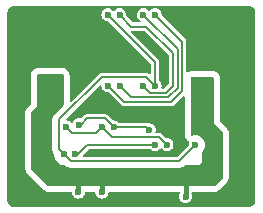
<source format=gbr>
%TF.GenerationSoftware,KiCad,Pcbnew,8.0.2*%
%TF.CreationDate,2024-11-23T19:12:39+01:00*%
%TF.ProjectId,NTR-Subcard,4e54522d-5375-4626-9361-72642e6b6963,rev?*%
%TF.SameCoordinates,Original*%
%TF.FileFunction,Copper,L2,Bot*%
%TF.FilePolarity,Positive*%
%FSLAX46Y46*%
G04 Gerber Fmt 4.6, Leading zero omitted, Abs format (unit mm)*
G04 Created by KiCad (PCBNEW 8.0.2) date 2024-11-23 19:12:39*
%MOMM*%
%LPD*%
G01*
G04 APERTURE LIST*
%TA.AperFunction,ViaPad*%
%ADD10C,0.600000*%
%TD*%
%TA.AperFunction,Conductor*%
%ADD11C,0.400000*%
%TD*%
%TA.AperFunction,Conductor*%
%ADD12C,0.200000*%
%TD*%
G04 APERTURE END LIST*
D10*
%TO.N,VCC*%
X102250000Y-73000000D03*
X116250000Y-80250000D03*
X114088296Y-81633450D03*
X116000000Y-72000000D03*
X105000000Y-81250000D03*
X103000000Y-72000000D03*
X116000000Y-72750000D03*
X115000000Y-72000000D03*
X107000000Y-81250000D03*
X102250000Y-72000000D03*
%TO.N,GND*%
X118750000Y-66500000D03*
X108500000Y-74500000D03*
X118750000Y-69250000D03*
X100000000Y-75750000D03*
X100000000Y-67250000D03*
X115254696Y-82015955D03*
X100000000Y-78750000D03*
X105750000Y-68500000D03*
X116250000Y-67250000D03*
X111750000Y-82000000D03*
X106500000Y-66000000D03*
X100000000Y-73000000D03*
X100000000Y-81750000D03*
X112378463Y-71946036D03*
X119000000Y-80750000D03*
X114000000Y-66250000D03*
X113750000Y-77000000D03*
X100000000Y-70000000D03*
X114750000Y-68500000D03*
X103500000Y-81750000D03*
X106000000Y-81750000D03*
X105250000Y-72250000D03*
X112500000Y-66000000D03*
X112500000Y-76000000D03*
X109500000Y-66000000D03*
X119000000Y-78000000D03*
X118750000Y-72250000D03*
X118750000Y-75250000D03*
X108250000Y-68500000D03*
X111000000Y-68500000D03*
X110000000Y-75000000D03*
X109250000Y-81750000D03*
%TO.N,C*%
X104000000Y-75750000D03*
X111500000Y-66250000D03*
X107000000Y-75750000D03*
X112500000Y-77250000D03*
X107500000Y-72250000D03*
%TO.N,Q*%
X110500000Y-72250000D03*
X111500000Y-77250000D03*
X108500000Y-66250000D03*
X104750000Y-78000000D03*
%TO.N,S*%
X114905000Y-77250000D03*
X111500000Y-72250000D03*
X107500000Y-66250000D03*
X103750000Y-78000000D03*
%TO.N,D*%
X111000000Y-76000000D03*
X108000000Y-75750000D03*
X108500000Y-72250000D03*
X105049265Y-75549265D03*
X110500000Y-66250000D03*
%TD*%
D11*
%TO.N,VCC*%
X114250000Y-80250000D02*
X116250000Y-80250000D01*
X114088296Y-80411704D02*
X114250000Y-80250000D01*
X114088296Y-81633450D02*
X114088296Y-80411704D01*
D12*
%TO.N,Q*%
X105000000Y-78000000D02*
X104750000Y-78000000D01*
X111500000Y-77250000D02*
X105750000Y-77250000D01*
X105750000Y-77250000D02*
X105000000Y-78000000D01*
D11*
%TO.N,VCC*%
X107000000Y-80250000D02*
X106750000Y-80000000D01*
X107000000Y-81250000D02*
X107000000Y-80250000D01*
X105000000Y-81250000D02*
X105000000Y-80000000D01*
X105000000Y-80000000D02*
X106750000Y-80000000D01*
D12*
%TO.N,C*%
X111850000Y-76600000D02*
X107850000Y-76600000D01*
X107500000Y-72250000D02*
X108900000Y-73650000D01*
X108900000Y-73650000D02*
X112850000Y-73650000D01*
X104500000Y-76250000D02*
X104000000Y-75750000D01*
X113800000Y-72700000D02*
X113800000Y-68550000D01*
X106500000Y-76250000D02*
X104500000Y-76250000D01*
X107850000Y-76600000D02*
X107000000Y-75750000D01*
X107000000Y-75750000D02*
X106500000Y-76250000D01*
X112500000Y-77250000D02*
X111850000Y-76600000D01*
X112850000Y-73650000D02*
X113800000Y-72700000D01*
X113800000Y-68550000D02*
X111500000Y-66250000D01*
%TO.N,Q*%
X113000000Y-72250000D02*
X113000000Y-69500000D01*
X110500000Y-72250000D02*
X111100000Y-72850000D01*
X111100000Y-72850000D02*
X112400000Y-72850000D01*
X113000000Y-69500000D02*
X110750000Y-67250000D01*
X112400000Y-72850000D02*
X113000000Y-72250000D01*
X109500000Y-67250000D02*
X108500000Y-66250000D01*
X110750000Y-67250000D02*
X109500000Y-67250000D01*
%TO.N,S*%
X111500000Y-72250000D02*
X111500000Y-70250000D01*
X111500000Y-70250000D02*
X107500000Y-66250000D01*
X110750000Y-71500000D02*
X111500000Y-72250000D01*
X107000000Y-71500000D02*
X110750000Y-71500000D01*
X103750000Y-78000000D02*
X103400000Y-77650000D01*
X103400000Y-75100000D02*
X107000000Y-71500000D01*
X103400000Y-77650000D02*
X103400000Y-75100000D01*
%TO.N,D*%
X107250000Y-75000000D02*
X105750000Y-75000000D01*
X113400000Y-69150000D02*
X110500000Y-66250000D01*
X108500000Y-72250000D02*
X109500000Y-73250000D01*
X108000000Y-75750000D02*
X107250000Y-75000000D01*
X109500000Y-73250000D02*
X112565686Y-73250000D01*
X111000000Y-76000000D02*
X110750000Y-75750000D01*
X110750000Y-75750000D02*
X108000000Y-75750000D01*
X112565686Y-73250000D02*
X113400000Y-72415686D01*
X105750000Y-75000000D02*
X105200735Y-75549265D01*
X105200735Y-75549265D02*
X105049265Y-75549265D01*
X113400000Y-72415686D02*
X113400000Y-69150000D01*
%TO.N,S*%
X104350000Y-78600000D02*
X103750000Y-78000000D01*
X113555000Y-78600000D02*
X104350000Y-78600000D01*
X114905000Y-77250000D02*
X113555000Y-78600000D01*
%TD*%
%TA.AperFunction,Conductor*%
%TO.N,VCC*%
G36*
X103693039Y-71269685D02*
G01*
X103738794Y-71322489D01*
X103750000Y-71374000D01*
X103750000Y-73849402D01*
X103730315Y-73916441D01*
X103713681Y-73937083D01*
X102919481Y-74731282D01*
X102919477Y-74731287D01*
X102877196Y-74804522D01*
X102840424Y-74868211D01*
X102840423Y-74868212D01*
X102815868Y-74959851D01*
X102799499Y-75020943D01*
X102799499Y-75020945D01*
X102799499Y-75189046D01*
X102799500Y-75189059D01*
X102799500Y-77563330D01*
X102799499Y-77563348D01*
X102799499Y-77729054D01*
X102799498Y-77729054D01*
X102840424Y-77881789D01*
X102840425Y-77881790D01*
X102863030Y-77920942D01*
X102863031Y-77920944D01*
X102919475Y-78018709D01*
X102924426Y-78025161D01*
X102923362Y-78025977D01*
X102952783Y-78079857D01*
X102954837Y-78092331D01*
X102964630Y-78179251D01*
X102993041Y-78260442D01*
X103000000Y-78301397D01*
X103000000Y-78500000D01*
X103500000Y-79000000D01*
X103849402Y-79000000D01*
X103916441Y-79019685D01*
X103937083Y-79036319D01*
X103981284Y-79080520D01*
X104068095Y-79130639D01*
X104068097Y-79130641D01*
X104106151Y-79152611D01*
X104118215Y-79159577D01*
X104270943Y-79200500D01*
X113468331Y-79200500D01*
X113468347Y-79200501D01*
X113475943Y-79200501D01*
X113634054Y-79200501D01*
X113634057Y-79200501D01*
X113786785Y-79159577D01*
X113836904Y-79130639D01*
X113923716Y-79080520D01*
X113967916Y-79036320D01*
X114029239Y-79002834D01*
X114055598Y-79000000D01*
X115250000Y-79000000D01*
X115500000Y-78750000D01*
X115500000Y-77838440D01*
X115519685Y-77771401D01*
X115530625Y-77757824D01*
X115530475Y-77757705D01*
X115534811Y-77752266D01*
X115534816Y-77752262D01*
X115630789Y-77599522D01*
X115690368Y-77429255D01*
X115710565Y-77250000D01*
X115704304Y-77194435D01*
X115690369Y-77070750D01*
X115690368Y-77070745D01*
X115630788Y-76900476D01*
X115534815Y-76747737D01*
X115407262Y-76620184D01*
X115254523Y-76524211D01*
X115084254Y-76464631D01*
X115084249Y-76464630D01*
X114905004Y-76444435D01*
X114904996Y-76444435D01*
X114725750Y-76464630D01*
X114725742Y-76464632D01*
X114664954Y-76485903D01*
X114595175Y-76489464D01*
X114534548Y-76454735D01*
X114502321Y-76392741D01*
X114500000Y-76368861D01*
X114500000Y-71624000D01*
X114519685Y-71556961D01*
X114572489Y-71511206D01*
X114624000Y-71500000D01*
X116376000Y-71500000D01*
X116443039Y-71519685D01*
X116488794Y-71572489D01*
X116500000Y-71624000D01*
X116500000Y-75500000D01*
X117213681Y-76213681D01*
X117247166Y-76275004D01*
X117250000Y-76301362D01*
X117250000Y-79948638D01*
X117230315Y-80015677D01*
X117213681Y-80036319D01*
X116536319Y-80713681D01*
X116474996Y-80747166D01*
X116448638Y-80750000D01*
X102551362Y-80750000D01*
X102484323Y-80730315D01*
X102463681Y-80713681D01*
X101036319Y-79286319D01*
X101002834Y-79224996D01*
X101000000Y-79198638D01*
X101000000Y-74551362D01*
X101019685Y-74484323D01*
X101036319Y-74463681D01*
X101500000Y-74000000D01*
X101500000Y-71374000D01*
X101519685Y-71306961D01*
X101572489Y-71261206D01*
X101624000Y-71250000D01*
X103626000Y-71250000D01*
X103693039Y-71269685D01*
G37*
%TD.AperFunction*%
%TD*%
%TA.AperFunction,Conductor*%
%TO.N,GND*%
G36*
X106925436Y-72174896D02*
G01*
X106947110Y-72227222D01*
X106946477Y-72236880D01*
X106944750Y-72249999D01*
X106963669Y-72393708D01*
X106965107Y-72397179D01*
X107019139Y-72527625D01*
X107107379Y-72642621D01*
X107222375Y-72730861D01*
X107356291Y-72786330D01*
X107500000Y-72805250D01*
X107516456Y-72803083D01*
X107571163Y-72817741D01*
X107578442Y-72824124D01*
X108684788Y-73930470D01*
X108764712Y-73976614D01*
X108764713Y-73976614D01*
X108764715Y-73976615D01*
X108809284Y-73988557D01*
X108853853Y-74000499D01*
X108853854Y-74000500D01*
X108853856Y-74000500D01*
X112896146Y-74000500D01*
X112896146Y-74000499D01*
X112985288Y-73976614D01*
X113065212Y-73930470D01*
X113868174Y-73127508D01*
X113920500Y-73105834D01*
X113972826Y-73127508D01*
X113994500Y-73179834D01*
X113994500Y-76368887D01*
X113996870Y-76417757D01*
X113999193Y-76441652D01*
X114006284Y-76490091D01*
X114053803Y-76625898D01*
X114086031Y-76687894D01*
X114144302Y-76769138D01*
X114169887Y-76804810D01*
X114237203Y-76857379D01*
X114283279Y-76893362D01*
X114283281Y-76893363D01*
X114283286Y-76893367D01*
X114333184Y-76921950D01*
X114343913Y-76928096D01*
X114358726Y-76933968D01*
X114399382Y-76973399D01*
X114400248Y-77030030D01*
X114399823Y-77031078D01*
X114368669Y-77106291D01*
X114349750Y-77250000D01*
X114349750Y-77250003D01*
X114351916Y-77266460D01*
X114337256Y-77321166D01*
X114330875Y-77328442D01*
X113431492Y-78227826D01*
X113379166Y-78249500D01*
X105424834Y-78249500D01*
X105372508Y-78227826D01*
X105350834Y-78175500D01*
X105372508Y-78123174D01*
X105873508Y-77622174D01*
X105925834Y-77600500D01*
X111038565Y-77600500D01*
X111090891Y-77622174D01*
X111097272Y-77629450D01*
X111107377Y-77642618D01*
X111107376Y-77642618D01*
X111107377Y-77642619D01*
X111107379Y-77642621D01*
X111222375Y-77730861D01*
X111356291Y-77786330D01*
X111500000Y-77805250D01*
X111643709Y-77786330D01*
X111777625Y-77730861D01*
X111892621Y-77642621D01*
X111941293Y-77579190D01*
X111990341Y-77550873D01*
X112045049Y-77565532D01*
X112058704Y-77579187D01*
X112107379Y-77642621D01*
X112222375Y-77730861D01*
X112356291Y-77786330D01*
X112500000Y-77805250D01*
X112643709Y-77786330D01*
X112777625Y-77730861D01*
X112892621Y-77642621D01*
X112980861Y-77527625D01*
X113036330Y-77393709D01*
X113055250Y-77250000D01*
X113036330Y-77106291D01*
X112980861Y-76972375D01*
X112892621Y-76857379D01*
X112777625Y-76769139D01*
X112777623Y-76769138D01*
X112643708Y-76713669D01*
X112516452Y-76696916D01*
X112500000Y-76694750D01*
X112499999Y-76694750D01*
X112499996Y-76694750D01*
X112483539Y-76696916D01*
X112428832Y-76682255D01*
X112421557Y-76675875D01*
X112065212Y-76319530D01*
X111985289Y-76273386D01*
X111985284Y-76273384D01*
X111896146Y-76249500D01*
X111896144Y-76249500D01*
X111603258Y-76249500D01*
X111550932Y-76227826D01*
X111529258Y-76175500D01*
X111534891Y-76147182D01*
X111536330Y-76143709D01*
X111555250Y-76000000D01*
X111536330Y-75856291D01*
X111480861Y-75722375D01*
X111392621Y-75607379D01*
X111277625Y-75519139D01*
X111277623Y-75519138D01*
X111143708Y-75463669D01*
X111000000Y-75444750D01*
X110999999Y-75444750D01*
X110961623Y-75449801D01*
X110914967Y-75440521D01*
X110885288Y-75423386D01*
X110885287Y-75423385D01*
X110885286Y-75423385D01*
X110882608Y-75422668D01*
X110879929Y-75421950D01*
X110796146Y-75399500D01*
X110796144Y-75399500D01*
X108461435Y-75399500D01*
X108409109Y-75377826D01*
X108402728Y-75370550D01*
X108398372Y-75364874D01*
X108392621Y-75357379D01*
X108277625Y-75269139D01*
X108277623Y-75269138D01*
X108143708Y-75213669D01*
X108016452Y-75196916D01*
X108000000Y-75194750D01*
X107999999Y-75194750D01*
X107999996Y-75194750D01*
X107983539Y-75196916D01*
X107928832Y-75182255D01*
X107921557Y-75175875D01*
X107465212Y-74719530D01*
X107385289Y-74673386D01*
X107385284Y-74673384D01*
X107296146Y-74649500D01*
X107296144Y-74649500D01*
X105703856Y-74649500D01*
X105703854Y-74649500D01*
X105614715Y-74673384D01*
X105614710Y-74673386D01*
X105534787Y-74719530D01*
X105261362Y-74992954D01*
X105209036Y-75014628D01*
X105197837Y-75013154D01*
X105197783Y-75013568D01*
X105049265Y-74994015D01*
X104905556Y-75012934D01*
X104771641Y-75068403D01*
X104656644Y-75156644D01*
X104568403Y-75271641D01*
X104532765Y-75357681D01*
X104492717Y-75397730D01*
X104436080Y-75397730D01*
X104405692Y-75374413D01*
X104392621Y-75357379D01*
X104277625Y-75269139D01*
X104277623Y-75269138D01*
X104143708Y-75213669D01*
X104016452Y-75196916D01*
X104000000Y-75194750D01*
X103999999Y-75194750D01*
X103986881Y-75196477D01*
X103932174Y-75181818D01*
X103903856Y-75132768D01*
X103918515Y-75078061D01*
X103924890Y-75070791D01*
X106820785Y-72174895D01*
X106873110Y-72153222D01*
X106925436Y-72174896D01*
G37*
%TD.AperFunction*%
%TA.AperFunction,Conductor*%
G36*
X110626492Y-67622174D02*
G01*
X112627826Y-69623508D01*
X112649500Y-69675834D01*
X112649500Y-72074166D01*
X112627826Y-72126492D01*
X112276492Y-72477826D01*
X112224166Y-72499500D01*
X112103258Y-72499500D01*
X112050932Y-72477826D01*
X112029258Y-72425500D01*
X112034891Y-72397182D01*
X112036330Y-72393709D01*
X112055250Y-72250000D01*
X112036330Y-72106291D01*
X111980861Y-71972375D01*
X111892621Y-71857379D01*
X111892619Y-71857377D01*
X111892618Y-71857376D01*
X111879450Y-71847272D01*
X111851133Y-71798222D01*
X111850500Y-71788565D01*
X111850500Y-70203854D01*
X111850499Y-70203853D01*
X111826615Y-70114715D01*
X111826613Y-70114710D01*
X111780471Y-70034791D01*
X111780470Y-70034790D01*
X111780469Y-70034788D01*
X111715212Y-69969531D01*
X111369189Y-69623508D01*
X109472508Y-67726826D01*
X109450834Y-67674500D01*
X109472508Y-67622174D01*
X109524834Y-67600500D01*
X109546144Y-67600500D01*
X110574166Y-67600500D01*
X110626492Y-67622174D01*
G37*
%TD.AperFunction*%
%TA.AperFunction,Conductor*%
G36*
X119504126Y-65500965D02*
G01*
X119514292Y-65502110D01*
X119602873Y-65512091D01*
X119619013Y-65515775D01*
X119708852Y-65547211D01*
X119723781Y-65554400D01*
X119804372Y-65605038D01*
X119817328Y-65615370D01*
X119884629Y-65682671D01*
X119894961Y-65695627D01*
X119945599Y-65776218D01*
X119952788Y-65791147D01*
X119984222Y-65880980D01*
X119987909Y-65897131D01*
X119999035Y-65995873D01*
X119999500Y-66004159D01*
X119999500Y-81995840D01*
X119999035Y-82004126D01*
X119987909Y-82102868D01*
X119984221Y-82119023D01*
X119952788Y-82208852D01*
X119945599Y-82223781D01*
X119894961Y-82304372D01*
X119884629Y-82317328D01*
X119817328Y-82384629D01*
X119804372Y-82394961D01*
X119723781Y-82445599D01*
X119708852Y-82452788D01*
X119635258Y-82478539D01*
X119619021Y-82484221D01*
X119602868Y-82487909D01*
X119504127Y-82499035D01*
X119495841Y-82499500D01*
X99504159Y-82499500D01*
X99495873Y-82499035D01*
X99397131Y-82487909D01*
X99380980Y-82484222D01*
X99333867Y-82467736D01*
X99291147Y-82452788D01*
X99276218Y-82445599D01*
X99195627Y-82394961D01*
X99182671Y-82384629D01*
X99115370Y-82317328D01*
X99105038Y-82304372D01*
X99054400Y-82223781D01*
X99047211Y-82208852D01*
X99015775Y-82119013D01*
X99012091Y-82102873D01*
X99000965Y-82004125D01*
X99000500Y-81995840D01*
X99000500Y-74551357D01*
X100494500Y-74551357D01*
X100494500Y-79198653D01*
X100497396Y-79252678D01*
X100500231Y-79279037D01*
X100500233Y-79279056D01*
X100508885Y-79332447D01*
X100559168Y-79467258D01*
X100559167Y-79467258D01*
X100592649Y-79528575D01*
X100592653Y-79528580D01*
X100678877Y-79643761D01*
X102106239Y-81071123D01*
X102106248Y-81071131D01*
X102106249Y-81071132D01*
X102146497Y-81107286D01*
X102146520Y-81107305D01*
X102167138Y-81123919D01*
X102167151Y-81123929D01*
X102202917Y-81149719D01*
X102211026Y-81155567D01*
X102341903Y-81215338D01*
X102341908Y-81215339D01*
X102341920Y-81215344D01*
X102408920Y-81235017D01*
X102408927Y-81235018D01*
X102408942Y-81235023D01*
X102408946Y-81235024D01*
X102551362Y-81255500D01*
X104380578Y-81255500D01*
X104432904Y-81277174D01*
X104453945Y-81319841D01*
X104463669Y-81393708D01*
X104503447Y-81489741D01*
X104519139Y-81527625D01*
X104607379Y-81642621D01*
X104722375Y-81730861D01*
X104856291Y-81786330D01*
X105000000Y-81805250D01*
X105143709Y-81786330D01*
X105277625Y-81730861D01*
X105392621Y-81642621D01*
X105480861Y-81527625D01*
X105536330Y-81393709D01*
X105546055Y-81319840D01*
X105574374Y-81270792D01*
X105619422Y-81255500D01*
X106380578Y-81255500D01*
X106432904Y-81277174D01*
X106453945Y-81319841D01*
X106463669Y-81393708D01*
X106503447Y-81489741D01*
X106519139Y-81527625D01*
X106607379Y-81642621D01*
X106722375Y-81730861D01*
X106856291Y-81786330D01*
X107000000Y-81805250D01*
X107143709Y-81786330D01*
X107277625Y-81730861D01*
X107392621Y-81642621D01*
X107480861Y-81527625D01*
X107536330Y-81393709D01*
X107546055Y-81319840D01*
X107574374Y-81270792D01*
X107619422Y-81255500D01*
X113538242Y-81255500D01*
X113590568Y-81277174D01*
X113612242Y-81329500D01*
X113606609Y-81357818D01*
X113551965Y-81489741D01*
X113533046Y-81633450D01*
X113551965Y-81777158D01*
X113607434Y-81911073D01*
X113607435Y-81911075D01*
X113695675Y-82026071D01*
X113810671Y-82114311D01*
X113944587Y-82169780D01*
X114088296Y-82188700D01*
X114232005Y-82169780D01*
X114365921Y-82114311D01*
X114480917Y-82026071D01*
X114569157Y-81911075D01*
X114624626Y-81777159D01*
X114643546Y-81633450D01*
X114624626Y-81489741D01*
X114584849Y-81393709D01*
X114569983Y-81357818D01*
X114569983Y-81301181D01*
X114610032Y-81261133D01*
X114638350Y-81255500D01*
X116448622Y-81255500D01*
X116448638Y-81255500D01*
X116502678Y-81252603D01*
X116529036Y-81249769D01*
X116529051Y-81249766D01*
X116529056Y-81249766D01*
X116560972Y-81244593D01*
X116582448Y-81241114D01*
X116651555Y-81215338D01*
X116717258Y-81190832D01*
X116778575Y-81157350D01*
X116778576Y-81157349D01*
X116778580Y-81157347D01*
X116893761Y-81071123D01*
X117571123Y-80393761D01*
X117607288Y-80353500D01*
X117623922Y-80332858D01*
X117655567Y-80288974D01*
X117715338Y-80158097D01*
X117715340Y-80158086D01*
X117715344Y-80158079D01*
X117735017Y-80091079D01*
X117735017Y-80091076D01*
X117735023Y-80091058D01*
X117735024Y-80091054D01*
X117755500Y-79948638D01*
X117755500Y-76301362D01*
X117752603Y-76247322D01*
X117749769Y-76220964D01*
X117746983Y-76203773D01*
X117741114Y-76167552D01*
X117690831Y-76032741D01*
X117690832Y-76032741D01*
X117657350Y-75971424D01*
X117603508Y-75899500D01*
X117571123Y-75856239D01*
X117027174Y-75312290D01*
X117005500Y-75259964D01*
X117005500Y-71623999D01*
X116993947Y-71516545D01*
X116993947Y-71516544D01*
X116982741Y-71465033D01*
X116965562Y-71413420D01*
X116948615Y-71362501D01*
X116948614Y-71362499D01*
X116948613Y-71362496D01*
X116893984Y-71277492D01*
X116870827Y-71241459D01*
X116825075Y-71188658D01*
X116825070Y-71188653D01*
X116716335Y-71094432D01*
X116622074Y-71051384D01*
X116585459Y-71034662D01*
X116585457Y-71034661D01*
X116585454Y-71034660D01*
X116585441Y-71034655D01*
X116518441Y-71014982D01*
X116518420Y-71014977D01*
X116518416Y-71014976D01*
X116518414Y-71014975D01*
X116518411Y-71014975D01*
X116376004Y-70994500D01*
X116376000Y-70994500D01*
X114624000Y-70994500D01*
X114623999Y-70994500D01*
X114516545Y-71006052D01*
X114465027Y-71017260D01*
X114465019Y-71017263D01*
X114362501Y-71051384D01*
X114362496Y-71051386D01*
X114362496Y-71051387D01*
X114320780Y-71078196D01*
X114264507Y-71114361D01*
X114208770Y-71124417D01*
X114162247Y-71092115D01*
X114150500Y-71052108D01*
X114150500Y-68503854D01*
X114150499Y-68503853D01*
X114126615Y-68414715D01*
X114126613Y-68414710D01*
X114080469Y-68334787D01*
X112074124Y-66328442D01*
X112052450Y-66276116D01*
X112053083Y-66266456D01*
X112055250Y-66250000D01*
X112036330Y-66106291D01*
X111980861Y-65972375D01*
X111892621Y-65857379D01*
X111777625Y-65769139D01*
X111777623Y-65769138D01*
X111643708Y-65713669D01*
X111500000Y-65694750D01*
X111356291Y-65713669D01*
X111222376Y-65769138D01*
X111107379Y-65857379D01*
X111058708Y-65920808D01*
X111009658Y-65949126D01*
X110954951Y-65934467D01*
X110941292Y-65920808D01*
X110892621Y-65857379D01*
X110777625Y-65769139D01*
X110777623Y-65769138D01*
X110643708Y-65713669D01*
X110500000Y-65694750D01*
X110356291Y-65713669D01*
X110222376Y-65769138D01*
X110107379Y-65857379D01*
X110019138Y-65972376D01*
X109963669Y-66106291D01*
X109944750Y-66250000D01*
X109963669Y-66393708D01*
X110019138Y-66527623D01*
X110019139Y-66527625D01*
X110107379Y-66642621D01*
X110222375Y-66730861D01*
X110277041Y-66753504D01*
X110285802Y-66757133D01*
X110325851Y-66797181D01*
X110325851Y-66853818D01*
X110285803Y-66893867D01*
X110257484Y-66899500D01*
X109675834Y-66899500D01*
X109623508Y-66877826D01*
X109074124Y-66328442D01*
X109052450Y-66276116D01*
X109053083Y-66266456D01*
X109055250Y-66250000D01*
X109036330Y-66106291D01*
X108980861Y-65972375D01*
X108892621Y-65857379D01*
X108777625Y-65769139D01*
X108777623Y-65769138D01*
X108643708Y-65713669D01*
X108500000Y-65694750D01*
X108356291Y-65713669D01*
X108222376Y-65769138D01*
X108107379Y-65857379D01*
X108058708Y-65920808D01*
X108009658Y-65949126D01*
X107954951Y-65934467D01*
X107941292Y-65920808D01*
X107892621Y-65857379D01*
X107777625Y-65769139D01*
X107777623Y-65769138D01*
X107643708Y-65713669D01*
X107500000Y-65694750D01*
X107356291Y-65713669D01*
X107222376Y-65769138D01*
X107107379Y-65857379D01*
X107019138Y-65972376D01*
X106963669Y-66106291D01*
X106944750Y-66250000D01*
X106963669Y-66393708D01*
X107019138Y-66527623D01*
X107019139Y-66527625D01*
X107107379Y-66642621D01*
X107222375Y-66730861D01*
X107356291Y-66786330D01*
X107500000Y-66805250D01*
X107516453Y-66803083D01*
X107571161Y-66817738D01*
X107578442Y-66824123D01*
X111127826Y-70373507D01*
X111149500Y-70425833D01*
X111149500Y-71225166D01*
X111127826Y-71277492D01*
X111075500Y-71299166D01*
X111023174Y-71277492D01*
X110965212Y-71219530D01*
X110885289Y-71173386D01*
X110885284Y-71173384D01*
X110796146Y-71149500D01*
X110796144Y-71149500D01*
X107046144Y-71149500D01*
X106953856Y-71149500D01*
X106953854Y-71149500D01*
X106864715Y-71173384D01*
X106864710Y-71173386D01*
X106784787Y-71219530D01*
X104381826Y-73622492D01*
X104329500Y-73644166D01*
X104277174Y-73622492D01*
X104255500Y-73570166D01*
X104255500Y-71373999D01*
X104243947Y-71266545D01*
X104243947Y-71266544D01*
X104232741Y-71215033D01*
X104210929Y-71149500D01*
X104198615Y-71112501D01*
X104198614Y-71112499D01*
X104198613Y-71112496D01*
X104135940Y-71014976D01*
X104120827Y-70991459D01*
X104075075Y-70938658D01*
X104075070Y-70938653D01*
X103966335Y-70844432D01*
X103872074Y-70801384D01*
X103835459Y-70784662D01*
X103835457Y-70784661D01*
X103835454Y-70784660D01*
X103835441Y-70784655D01*
X103768441Y-70764982D01*
X103768420Y-70764977D01*
X103768416Y-70764976D01*
X103768414Y-70764975D01*
X103768411Y-70764975D01*
X103626004Y-70744500D01*
X103626000Y-70744500D01*
X101624000Y-70744500D01*
X101623999Y-70744500D01*
X101516545Y-70756052D01*
X101465027Y-70767260D01*
X101465019Y-70767263D01*
X101362501Y-70801384D01*
X101362496Y-70801386D01*
X101362496Y-70801387D01*
X101341621Y-70814802D01*
X101241459Y-70879172D01*
X101188658Y-70924924D01*
X101188653Y-70924929D01*
X101094432Y-71033664D01*
X101034660Y-71164545D01*
X101034655Y-71164558D01*
X101014982Y-71231558D01*
X101014975Y-71231588D01*
X100994500Y-71373995D01*
X100994500Y-73759964D01*
X100972826Y-73812290D01*
X100678867Y-74106249D01*
X100642713Y-74146497D01*
X100642694Y-74146520D01*
X100626080Y-74167138D01*
X100626070Y-74167151D01*
X100594435Y-74211022D01*
X100534660Y-74341907D01*
X100534655Y-74341920D01*
X100514982Y-74408920D01*
X100514975Y-74408950D01*
X100494500Y-74551357D01*
X99000500Y-74551357D01*
X99000500Y-66004159D01*
X99000965Y-65995874D01*
X99001982Y-65986842D01*
X99012091Y-65897124D01*
X99015775Y-65880988D01*
X99047212Y-65791143D01*
X99054400Y-65776218D01*
X99058849Y-65769138D01*
X99105042Y-65695621D01*
X99115366Y-65682675D01*
X99182675Y-65615366D01*
X99195621Y-65605042D01*
X99276219Y-65554399D01*
X99291143Y-65547212D01*
X99380988Y-65515775D01*
X99397124Y-65512091D01*
X99486842Y-65501982D01*
X99495874Y-65500965D01*
X99504159Y-65500500D01*
X99565892Y-65500500D01*
X119434108Y-65500500D01*
X119495841Y-65500500D01*
X119504126Y-65500965D01*
G37*
%TD.AperFunction*%
%TD*%
M02*

</source>
